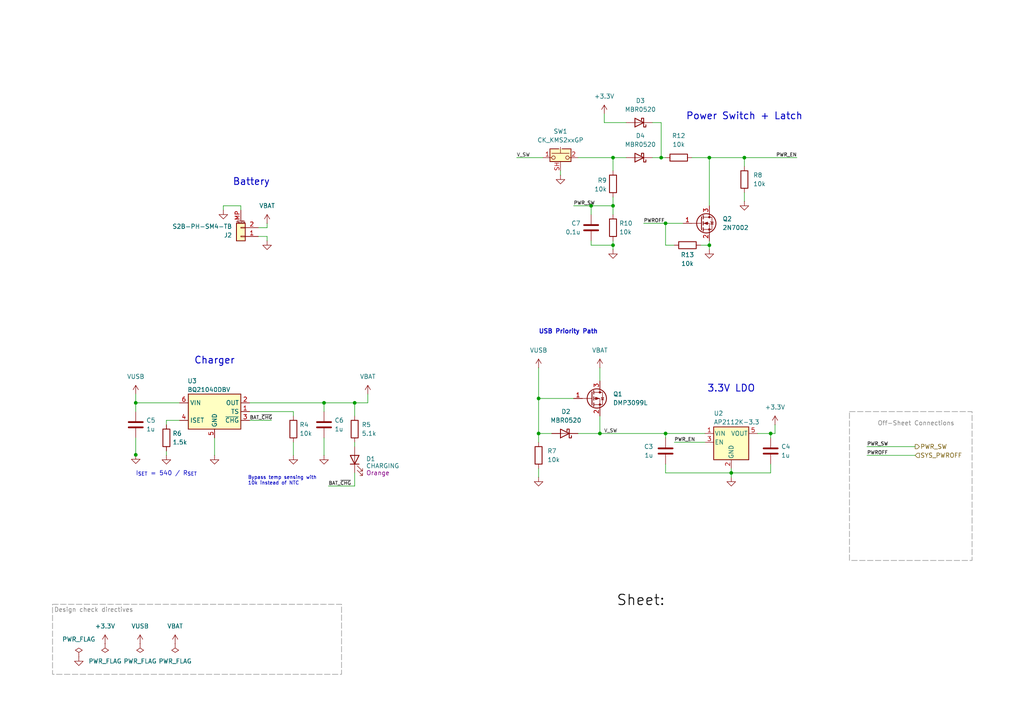
<source format=kicad_sch>
(kicad_sch (version 20250114) (generator "eeschema") (generator_version "9.0")
  (paper "A4")
  (title_block (title "${TITLE}") (date "2025-03-15") (rev "${REVISION}") (company "J. MENDEL"))
  (lib_symbols
    (symbol "Battery_Management:BQ21040DBV"
      (property "Reference" "U" (at -7.62 6.35 0))
      (property "Value" "BQ21040DBV" (at 1.27 6.35 0))
      (symbol "BQ21040DBV_0_1"
        (rectangle (start -7.62 5.08) (end 7.62 -5.08) (stroke (width 0.254)) (fill (type background)))
      )
      (symbol "BQ21040DBV_1_1"
        (pin power_in line (at -10.16 2.54 0) (length 2.54) (name "VIN") (number "6"))
        (pin input line (at -10.16 -2.54 0) (length 2.54) (name "ISET") (number "4"))
        (pin power_in line (at 0 -7.62 90) (length 2.54) (name "GND") (number "5"))
        (pin power_out line (at 10.16 2.54 180) (length 2.54) (name "OUT") (number "2"))
        (pin input line (at 10.16 0 180) (length 2.54) (name "TS") (number "1"))
        (pin open_collector line (at 10.16 -2.54 180) (length 2.54) (name "~{CHG}") (number "3"))
      )
    )
    (symbol "Connector_Generic_MountingPin:Conn_01x02_MountingPin" (pin_names (offset 1.016) (hide yes))
      (property "Reference" "J" (at 0 2.54 0))
      (property "Value" "Conn_01x02_MountingPin" (at 1.27 -5.08 0))
      (symbol "Conn_01x02_MountingPin_1_1"
        (rectangle (start -1.27 1.27) (end 1.27 -3.81) (stroke (width 0.254)) (fill (type background)))
        (rectangle (start -1.27 0.127) (end 0 -0.127) (stroke (width 0.1524)))
        (rectangle (start -1.27 -2.413) (end 0 -2.667) (stroke (width 0.1524)))
        (polyline (pts (xy -1.016 -4.572) (xy 1.016 -4.572)) (stroke (width 0.1524)))
        (text "Mounting" (at 0 -4.191 0) (effects (font (size 0.381 0.381))))
        (pin passive line (at -5.08 0 0) (length 3.81) (name "Pin_1") (number "1"))
        (pin passive line (at -5.08 -2.54 0) (length 3.81) (name "Pin_2") (number "2"))
        (pin passive line (at 0 -7.62 90) (length 3.048) (name "MountPin") (number "MP"))
      )
    )
    (symbol "Device:C" (pin_numbers (hide yes)) (pin_names (offset 0.254))
      (property "Reference" "C" (at 0.635 2.54 0))
      (property "Value" "C" (at 0.635 -2.54 0))
      (symbol "C_0_1"
        (polyline (pts (xy -2.032 0.762) (xy 2.032 0.762)) (stroke (width 0.508)))
        (polyline (pts (xy -2.032 -0.762) (xy 2.032 -0.762)) (stroke (width 0.508)))
      )
      (symbol "C_1_1"
        (pin passive line (at 0 3.81 270) (length 2.794) (name "~") (number "1"))
        (pin passive line (at 0 -3.81 90) (length 2.794) (name "~") (number "2"))
      )
    )
    (symbol "Device:LED" (pin_numbers (hide yes)) (pin_names (offset 1.016) (hide yes))
      (property "Reference" "D" (at 0 2.54 0))
      (property "Value" "LED" (at 0 -2.54 0))
      (symbol "LED_0_1"
        (polyline (pts (xy -3.048 -0.762) (xy -4.572 -2.286) (xy -3.81 -2.286) (xy -4.572 -2.286) (xy -4.572 -1.524)))
        (polyline (pts (xy -1.778 -0.762) (xy -3.302 -2.286) (xy -2.54 -2.286) (xy -3.302 -2.286) (xy -3.302 -1.524)))
        (polyline (pts (xy -1.27 0) (xy 1.27 0)))
        (polyline (pts (xy -1.27 -1.27) (xy -1.27 1.27)) (stroke (width 0.254)))
        (polyline (pts (xy 1.27 -1.27) (xy 1.27 1.27) (xy -1.27 0) (xy 1.27 -1.27)) (stroke (width 0.254)))
      )
      (symbol "LED_1_1"
        (pin passive line (at -3.81 0 0) (length 2.54) (name "K") (number "1"))
        (pin passive line (at 3.81 0 180) (length 2.54) (name "A") (number "2"))
      )
    )
    (symbol "Device:R" (pin_numbers (hide yes)) (pin_names (offset 0))
      (property "Reference" "R" (at 2.032 0 90))
      (property "Value" "R" (at 0 0 90))
      (symbol "R_0_1"
        (rectangle (start -1.016 -2.54) (end 1.016 2.54) (stroke (width 0.254)))
      )
      (symbol "R_1_1"
        (pin passive line (at 0 3.81 270) (length 1.27) (name "~") (number "1"))
        (pin passive line (at 0 -3.81 90) (length 1.27) (name "~") (number "2"))
      )
    )
    (symbol "Diode:MBR0520" (pin_numbers (hide yes)) (pin_names (offset 1.016) (hide yes))
      (property "Reference" "D" (at 0 2.54 0))
      (property "Value" "MBR0520" (at 0 -2.54 0))
      (symbol "MBR0520_0_1"
        (polyline (pts (xy -1.905 0.635) (xy -1.905 1.27) (xy -1.27 1.27) (xy -1.27 -1.27) (xy -0.635 -1.27) (xy -0.635 -0.635)) (stroke (width 0.254)))
        (polyline (pts (xy 1.27 1.27) (xy 1.27 -1.27) (xy -1.27 0) (xy 1.27 1.27)) (stroke (width 0.254)))
        (polyline (pts (xy 1.27 0) (xy -1.27 0)))
      )
      (symbol "MBR0520_1_1"
        (pin passive line (at -3.81 0 0) (length 2.54) (name "K") (number "1"))
        (pin passive line (at 3.81 0 180) (length 2.54) (name "A") (number "2"))
      )
    )
    (symbol "Regulator_Linear:AP2112K-3.3" (pin_names (offset 0.254))
      (property "Reference" "U" (at -5.08 5.715 0))
      (property "Value" "AP2112K-3.3" (at 0 5.715 0))
      (symbol "AP2112K-3.3_0_1"
        (rectangle (start -5.08 4.445) (end 5.08 -5.08) (stroke (width 0.254)) (fill (type background)))
      )
      (symbol "AP2112K-3.3_1_1"
        (pin power_in line (at -7.62 2.54 0) (length 2.54) (name "VIN") (number "1"))
        (pin input line (at -7.62 0 0) (length 2.54) (name "EN") (number "3"))
        (pin power_in line (at 0 -7.62 90) (length 2.54) (name "GND") (number "2"))
        (pin no_connect line (at 5.08 0 180) (length 2.54) (hide yes) (name "NC") (number "4"))
        (pin power_out line (at 7.62 2.54 180) (length 2.54) (name "VOUT") (number "5"))
      )
    )
    (symbol "Switch:CK_KMS2xxGP" (pin_names (offset 1.016) (hide yes))
      (property "Reference" "SW" (at 4.318 2.032 0))
      (property "Value" "CK_KMS2xxGP" (at 0 4.572 0))
      (symbol "CK_KMS2xxGP_0_1"
        (circle (center -2.032 0) (radius 0.508))
        (polyline (pts (xy 0 1.27) (xy 0 3.048)))
        (polyline (pts (xy 0.508 2.54) (xy 3.048 2.54) (xy 3.048 -1.143) (xy -3.048 -1.143) (xy -3.048 2.54) (xy -0.508 2.54)) (stroke (width -0.0254)))
        (polyline (pts (xy 0.508 2.54) (xy 3.048 2.54) (xy 3.048 -1.143) (xy -3.048 -1.143) (xy -3.048 2.54) (xy -0.508 2.54)) (stroke (width 0.254)))
        (circle (center 2.032 0) (radius 0.508))
        (polyline (pts (xy 2.54 1.27) (xy -2.54 1.27)))
        (pin passive line (at -5.08 0 0) (length 2.54) (name "1") (number "1"))
        (pin passive line (at 5.08 0 180) (length 2.54) (name "2") (number "2"))
      )
      (symbol "CK_KMS2xxGP_1_1"
        (rectangle (start -3.048 2.54) (end 3.048 -1.27) (stroke (width -0.0254)) (fill (type background)))
        (pin passive line (at 0 -3.81 90) (length 2.54) (name "B") (number "SH"))
      )
    )
    (symbol "Transistor_FET:2N7002" (pin_names (hide yes))
      (property "Reference" "Q" (at 5.08 1.905 0))
      (property "Value" "2N7002" (at 5.08 0 0))
      (symbol "2N7002_0_1"
        (polyline (pts (xy 0.254 1.905) (xy 0.254 -1.905)) (stroke (width 0.254)))
        (polyline (pts (xy 0.254 0) (xy -2.54 0)))
        (polyline (pts (xy 0.762 2.286) (xy 0.762 1.27)) (stroke (width 0.254)))
        (polyline (pts (xy 0.762 0.508) (xy 0.762 -0.508)) (stroke (width 0.254)))
        (polyline (pts (xy 0.762 -1.27) (xy 0.762 -2.286)) (stroke (width 0.254)))
        (polyline (pts (xy 0.762 -1.778) (xy 3.302 -1.778) (xy 3.302 1.778) (xy 0.762 1.778)))
        (polyline (pts (xy 1.016 0) (xy 2.032 0.381) (xy 2.032 -0.381) (xy 1.016 0)) (fill (type outline)))
        (circle (center 1.651 0) (radius 2.794) (stroke (width 0.254)))
        (polyline (pts (xy 2.54 2.54) (xy 2.54 1.778)))
        (circle (center 2.54 1.778) (radius 0.254) (fill (type outline)))
        (circle (center 2.54 -1.778) (radius 0.254) (fill (type outline)))
        (polyline (pts (xy 2.54 -2.54) (xy 2.54 0) (xy 0.762 0)))
        (polyline (pts (xy 2.794 0.508) (xy 2.921 0.381) (xy 3.683 0.381) (xy 3.81 0.254)))
        (polyline (pts (xy 3.302 0.381) (xy 2.921 -0.254) (xy 3.683 -0.254) (xy 3.302 0.381)))
      )
      (symbol "2N7002_1_1"
        (pin input line (at -5.08 0 0) (length 2.54) (name "G") (number "1"))
        (pin passive line (at 2.54 5.08 270) (length 2.54) (name "D") (number "3"))
        (pin passive line (at 2.54 -5.08 90) (length 2.54) (name "S") (number "2"))
      )
    )
    (symbol "Transistor_FET:DMP3099L" (pin_names (offset 0) (hide yes))
      (property "Reference" "Q" (at 5.08 1.905 0))
      (property "Value" "DMP3099L" (at 5.08 0 0))
      (symbol "DMP3099L_0_1"
        (polyline (pts (xy 0.254 1.905) (xy 0.254 -1.905)) (stroke (width 0.254)))
        (polyline (pts (xy 0.254 0) (xy -2.54 0)))
        (polyline (pts (xy 0.762 2.286) (xy 0.762 1.27)) (stroke (width 0.254)))
        (polyline (pts (xy 0.762 1.778) (xy 3.302 1.778) (xy 3.302 -1.778) (xy 0.762 -1.778)))
        (polyline (pts (xy 0.762 0.508) (xy 0.762 -0.508)) (stroke (width 0.254)))
        (polyline (pts (xy 0.762 -1.27) (xy 0.762 -2.286)) (stroke (width 0.254)))
        (circle (center 1.651 0) (radius 2.794) (stroke (width 0.254)))
        (polyline (pts (xy 2.286 0) (xy 1.27 0.381) (xy 1.27 -0.381) (xy 2.286 0)) (fill (type outline)))
        (polyline (pts (xy 2.54 2.54) (xy 2.54 1.778)))
        (circle (center 2.54 1.778) (radius 0.254) (fill (type outline)))
        (circle (center 2.54 -1.778) (radius 0.254) (fill (type outline)))
        (polyline (pts (xy 2.54 -2.54) (xy 2.54 0) (xy 0.762 0)))
        (polyline (pts (xy 2.921 -0.381) (xy 3.683 -0.381)))
        (polyline (pts (xy 3.302 -0.381) (xy 2.921 0.254) (xy 3.683 0.254) (xy 3.302 -0.381)))
      )
      (symbol "DMP3099L_1_1"
        (pin input line (at -5.08 0 0) (length 2.54) (name "G") (number "1"))
        (pin passive line (at 2.54 5.08 270) (length 2.54) (name "D") (number "3"))
        (pin passive line (at 2.54 -5.08 90) (length 2.54) (name "S") (number "2"))
      )
    )
    (symbol "power:+3.3V" (power) (pin_numbers (hide yes)) (pin_names (offset 0) (hide yes))
      (property "Value" "+3.3V" (at 0 3.556 0))
      (symbol "+3.3V_0_1"
        (polyline (pts (xy -0.762 1.27) (xy 0 2.54)))
        (polyline (pts (xy 0 2.54) (xy 0.762 1.27)))
        (polyline (pts (xy 0 0) (xy 0 2.54)))
      )
      (symbol "+3.3V_1_1"
        (pin power_in line (at 0 0 90) (length 0) (name "~") (number "1"))
      )
    )
    (symbol "power:GND" (power) (pin_numbers (hide yes)) (pin_names (offset 0) (hide yes))
      (property "Value" "GND" (at 0 -3.81 0))
      (symbol "GND_0_1"
        (polyline (pts (xy 0 0) (xy 0 -1.27) (xy 1.27 -1.27) (xy 0 -2.54) (xy -1.27 -1.27) (xy 0 -1.27)))
      )
      (symbol "GND_1_1"
        (pin power_in line (at 0 0 270) (length 0) (name "~") (number "1"))
      )
    )
    (symbol "power:PWR_FLAG" (power) (pin_numbers (hide yes)) (pin_names (offset 0) (hide yes))
      (property "Value" "PWR_FLAG" (at 0 3.81 0))
      (symbol "PWR_FLAG_0_0"
        (pin power_out line (at 0 0 90) (length 0) (name "~") (number "1"))
      )
      (symbol "PWR_FLAG_0_1"
        (polyline (pts (xy 0 0) (xy 0 1.27) (xy -1.016 1.905) (xy 0 2.54) (xy 1.016 1.905) (xy 0 1.27)))
      )
    )
    (symbol "power:VBUS" (power) (pin_numbers (hide yes)) (pin_names (offset 0) (hide yes))
      (property "Value" "VBUS" (at 0 3.556 0))
      (symbol "VBUS_0_1"
        (polyline (pts (xy -0.762 1.27) (xy 0 2.54)))
        (polyline (pts (xy 0 2.54) (xy 0.762 1.27)))
        (polyline (pts (xy 0 0) (xy 0 2.54)))
      )
      (symbol "VBUS_1_1"
        (pin power_in line (at 0 0 90) (length 0) (name "~") (number "1"))
      )
    )
  )
  (rectangle (start 15.24 175.26) (end 99.06 195.58) (stroke (width 0) (type dash) (color 132 132 132 1)))
  (rectangle (start 246.38 119.38) (end 281.94 162.56) (stroke (width 0) (type dash) (color 132 132 132 1)))
  (text "3.3V LDO" (at 212.09 112.776 0) (effects (font (size 2 2) (thickness 0.254) (bold yes))))
  (text "I_{SET} = 540 / R_{SET}" (at 48.26 137.414 0) (effects (font (size 1.27 1.27))))
  (text "USB Priority Path" (at 164.846 96.266 0) (effects (font (size 1.27 1.27) (thickness 0.254) (bold yes))))
  (text "Bypass temp sensing with\n10k instead of NTC" (at 71.882 139.446 0) (effects (font (size 1 1)) (justify left)))
  (text "Charger" (at 62.23 104.648 0) (effects (font (size 2 2) (thickness 0.254) (bold yes))))
  (text "Design check directives" (at 27.178 177.038 0) (effects (font (size 1.27 1.27) (thickness 0.1588))))
  (text "Battery" (at 72.898 52.832 0) (effects (font (size 2 2) (thickness 0.254) (bold yes))))
  (text "Off-Sheet Connections" (at 265.684 122.936 0) (effects (font (size 1.27 1.27) (thickness 0.1588))))
  (text "Power Switch + Latch" (at 215.9 33.782 0) (effects (font (size 2 2) (thickness 0.254) (bold yes))))
  (text_box "Sheet: ${SHEETNAME}" (at 177.8 167.64 0) (size 106.68 12.7) (margins 0.9525 0.9525 0.9525 0.9525) (stroke (width -0.0001)) (effects (font (size 3 3) (thickness 0.254) (bold yes)) (justify left)))
  (junction (at 39.37 131.9215))
  (junction (at 156.21 115.57))
  (junction (at 223.52 125.73))
  (junction (at 177.8 45.72))
  (junction (at 205.74 71.12))
  (junction (at 193.04 125.73))
  (junction (at 156.21 125.73))
  (junction (at 215.9 45.72))
  (junction (at 102.87 116.84))
  (junction (at 177.8 59.69))
  (junction (at 212.09 137.16))
  (junction (at 193.04 64.77))
  (junction (at 93.98 116.84))
  (junction (at 205.74 45.72))
  (junction (at 191.77 45.72))
  (junction (at 171.45 59.69))
  (junction (at 173.99 125.73))
  (junction (at 39.37 116.84))
  (junction (at 177.8 71.12))
  (wire (pts (xy 215.9 55.88) (xy 215.9 58.42)))
  (wire (pts (xy 189.23 35.56) (xy 191.77 35.56)))
  (wire (pts (xy 39.37 127) (xy 39.37 131.9215)))
  (wire (pts (xy 251.46 129.54) (xy 265.43 129.54)))
  (wire (pts (xy 193.04 125.73) (xy 204.47 125.73)))
  (wire (pts (xy 200.66 45.72) (xy 205.74 45.72)))
  (wire (pts (xy 175.26 35.56) (xy 181.61 35.56)))
  (wire (pts (xy 156.21 125.73) (xy 156.21 128.27)))
  (wire (pts (xy 48.26 130.81) (xy 48.26 132.08)))
  (wire (pts (xy 215.9 45.72) (xy 215.9 48.26)))
  (wire (pts (xy 193.04 71.12) (xy 193.04 64.77)))
  (wire (pts (xy 193.04 134.62) (xy 193.04 137.16)))
  (wire (pts (xy 171.45 59.69) (xy 166.37 59.69)))
  (wire (pts (xy 93.98 116.84) (xy 93.98 119.38)))
  (wire (pts (xy 193.04 125.73) (xy 193.04 127)))
  (wire (pts (xy 72.39 116.84) (xy 93.98 116.84)))
  (wire (pts (xy 74.93 68.58) (xy 77.47 68.58)))
  (wire (pts (xy 177.8 59.69) (xy 177.8 62.23)))
  (wire (pts (xy 205.74 45.72) (xy 215.9 45.72)))
  (wire (pts (xy 162.56 49.53) (xy 162.56 50.8)))
  (wire (pts (xy 156.21 115.57) (xy 166.37 115.57)))
  (wire (pts (xy 251.46 132.08) (xy 265.43 132.08)))
  (wire (pts (xy 223.52 137.16) (xy 212.09 137.16)))
  (wire (pts (xy 77.47 64.77) (xy 77.47 66.04)))
  (wire (pts (xy 224.79 123.19) (xy 224.79 125.73)))
  (wire (pts (xy 195.58 71.12) (xy 193.04 71.12)))
  (wire (pts (xy 193.04 137.16) (xy 212.09 137.16)))
  (wire (pts (xy 177.8 59.69) (xy 171.45 59.69)))
  (wire (pts (xy 77.47 68.58) (xy 77.47 69.85)))
  (wire (pts (xy 173.99 125.73) (xy 173.99 120.65)))
  (wire (pts (xy 72.39 119.38) (xy 85.09 119.38)))
  (wire (pts (xy 212.09 137.16) (xy 212.09 138.43)))
  (wire (pts (xy 64.77 59.69) (xy 64.77 60.96)))
  (wire (pts (xy 173.99 106.68) (xy 173.99 110.49)))
  (wire (pts (xy 102.87 140.97) (xy 102.87 137.16)))
  (wire (pts (xy 167.64 45.72) (xy 177.8 45.72)))
  (wire (pts (xy 156.21 125.73) (xy 160.02 125.73)))
  (wire (pts (xy 177.8 45.72) (xy 177.8 49.53)))
  (wire (pts (xy 93.98 127) (xy 93.98 132.08)))
  (wire (pts (xy 72.39 121.92) (xy 78.74 121.92)))
  (wire (pts (xy 167.64 125.73) (xy 173.99 125.73)))
  (wire (pts (xy 191.77 45.72) (xy 193.04 45.72)))
  (wire (pts (xy 223.52 134.62) (xy 223.52 137.16)))
  (wire (pts (xy 39.37 119.38) (xy 39.37 116.84)))
  (wire (pts (xy 102.87 128.27) (xy 102.87 129.54)))
  (wire (pts (xy 173.99 125.73) (xy 193.04 125.73)))
  (wire (pts (xy 106.68 114.3) (xy 106.68 116.84)))
  (wire (pts (xy 39.37 114.3) (xy 39.37 116.84)))
  (wire (pts (xy 93.98 116.84) (xy 102.87 116.84)))
  (wire (pts (xy 198.12 64.77) (xy 193.04 64.77)))
  (wire (pts (xy 74.93 66.04) (xy 77.47 66.04)))
  (wire (pts (xy 177.8 45.72) (xy 181.61 45.72)))
  (wire (pts (xy 69.85 59.69) (xy 64.77 59.69)))
  (wire (pts (xy 215.9 45.72) (xy 231.14 45.72)))
  (wire (pts (xy 39.37 116.84) (xy 52.07 116.84)))
  (wire (pts (xy 177.8 72.39) (xy 177.8 71.12)))
  (wire (pts (xy 195.58 128.27) (xy 204.47 128.27)))
  (wire (pts (xy 149.86 45.72) (xy 157.48 45.72)))
  (wire (pts (xy 205.74 69.85) (xy 205.74 71.12)))
  (wire (pts (xy 102.87 116.84) (xy 102.87 120.65)))
  (wire (pts (xy 85.09 119.38) (xy 85.09 120.65)))
  (wire (pts (xy 175.26 33.02) (xy 175.26 35.56)))
  (wire (pts (xy 95.25 140.97) (xy 102.87 140.97)))
  (wire (pts (xy 62.23 127) (xy 62.23 132.08)))
  (wire (pts (xy 212.09 135.89) (xy 212.09 137.16)))
  (wire (pts (xy 177.8 57.15) (xy 177.8 59.69)))
  (wire (pts (xy 171.45 59.69) (xy 171.45 62.23)))
  (wire (pts (xy 39.37 131.9215) (xy 39.37 132.08)))
  (wire (pts (xy 205.74 71.12) (xy 205.74 72.39)))
  (wire (pts (xy 205.74 45.72) (xy 205.74 59.69)))
  (wire (pts (xy 177.8 69.85) (xy 177.8 71.12)))
  (wire (pts (xy 171.45 71.12) (xy 171.45 69.85)))
  (wire (pts (xy 85.09 128.27) (xy 85.09 132.08)))
  (wire (pts (xy 48.26 121.92) (xy 52.07 121.92)))
  (wire (pts (xy 219.71 125.73) (xy 223.52 125.73)))
  (wire (pts (xy 205.74 71.12) (xy 203.2 71.12)))
  (wire (pts (xy 223.52 125.73) (xy 223.52 127)))
  (wire (pts (xy 156.21 115.57) (xy 156.21 125.73)))
  (wire (pts (xy 102.87 116.84) (xy 106.68 116.84)))
  (wire (pts (xy 223.52 125.73) (xy 224.79 125.73)))
  (wire (pts (xy 69.85 60.96) (xy 69.85 59.69)))
  (wire (pts (xy 189.23 45.72) (xy 191.77 45.72)))
  (wire (pts (xy 177.8 71.12) (xy 171.45 71.12)))
  (wire (pts (xy 193.04 64.77) (xy 186.69 64.77)))
  (wire (pts (xy 156.21 135.89) (xy 156.21 138.43)))
  (wire (pts (xy 191.77 35.56) (xy 191.77 45.72)))
  (wire (pts (xy 48.26 121.92) (xy 48.26 123.19)))
  (wire (pts (xy 156.21 106.68) (xy 156.21 115.57)))
  (label "V_SW" (at 149.86 45.72 0) (effects (font (size 1 1) (thickness 0.125))))
  (label "V_SW" (at 179.07 125.73 180) (effects (font (size 1 1) (thickness 0.125))))
  (label "PWR_EN" (at 195.58 128.27 0) (effects (font (size 1 1))))
  (label "PWROFF" (at 251.46 132.08 0) (effects (font (size 1 1))))
  (label "BAT_~{CHG}" (at 72.39 121.92 0) (effects (font (size 1 1))))
  (label "PWR_EN" (at 231.14 45.72 180) (effects (font (size 1 1))))
  (label "PWR_SW" (at 166.37 59.69 0) (effects (font (size 1 1))))
  (label "PWROFF" (at 186.69 64.77 0) (effects (font (size 1 1))))
  (label "PWR_SW" (at 251.46 129.54 0) (effects (font (size 1 1))))
  (label "BAT_~{CHG}" (at 95.25 140.97 0) (effects (font (size 1 1))))
  (hierarchical_label "PWR_SW" (shape output) (at 265.43 129.54 0))
  (hierarchical_label "SYS_PWROFF" (shape input) (at 265.43 132.08 0))
  (symbol (lib_id "Device:R") (at 85.09 124.46 0) (unit 1)
    (property "Reference" "R4" (at 86.868 123.19 0) (effects (justify left)))
    (property "Value" "10k" (at 86.868 125.73 0) (effects (justify left)))
    (property "Description" "Resistor" (effects (hide yes)))
  )
  (symbol (lib_id "Diode:MBR0520") (at 185.42 35.56 180) (unit 1)
    (property "Reference" "D3" (at 185.7375 29.21 0))
    (property "Value" "MBR0520" (at 185.7375 31.75 0))
    (property "Footprint" "Diode_SMD:D_SOD-123" (effects (hide yes)))
    (property "Datasheet" "http://www.mccsemi.com/up_pdf/MBR0520~MBR0580(SOD123).pdf" (effects (hide yes)))
    (property "Description" "20V 0.5A Schottky Power Rectifier Diode, SOD-123" (effects (hide yes)))
  )
  (symbol (lib_id "power:VBUS") (at 39.37 114.3 0) (unit 1)
    (property "Reference" "#PWR013" (effects (hide yes)))
    (property "Value" "VUSB" (at 39.37 109.22 0))
    (property "Description" "Power symbol creates a global label with name \"VBUS\"" (effects (hide yes)))
  )
  (symbol (lib_id "Device:R") (at 177.8 53.34 180) (unit 1)
    (property "Reference" "R9" (at 176.022 52.324 0) (effects (justify left)))
    (property "Value" "10k" (at 176.022 54.864 0) (effects (justify left)))
    (property "Description" "Resistor" (effects (hide yes)))
  )
  (symbol (lib_id "power:PWR_FLAG") (at 40.64 186.69 180) (unit 1)
    (property "Reference" "#FLG03" (effects (hide yes)))
    (property "Value" "PWR_FLAG" (at 40.64 191.77 0))
    (property "Description" "Special symbol for telling ERC where power comes from" (effects (hide yes)))
  )
  (symbol (lib_id "power:VBUS") (at 40.64 186.69 0) (unit 1)
    (property "Reference" "#PWR07" (effects (hide yes)))
    (property "Value" "VUSB" (at 40.64 181.61 0))
    (property "Description" "Power symbol creates a global label with name \"VBUS\"" (effects (hide yes)))
  )
  (symbol (lib_id "Switch:CK_KMS2xxGP") (at 162.56 45.72 0) (unit 1)
    (property "Reference" "SW1" (at 162.56 38.1 0))
    (property "Value" "CK_KMS2xxGP" (at 162.56 40.64 0))
    (property "Footprint" "Button_Switch_SMD:SW_SPST_CK_KMS2xxGP" (effects (hide yes)))
    (property "Datasheet" "https://www.ckswitches.com/media/1482/kms.pdf" (effects (hide yes)))
    (property "Description" "Microminiature SMT Side Actuated, 4.2 x 2.8 x 1.42mm, with pegs, with shield pin" (effects (hide yes)))
  )
  (symbol (lib_id "Device:R") (at 102.87 124.46 0) (mirror y) (unit 1)
    (property "Reference" "R5" (at 104.902 123.19 0) (effects (justify right)))
    (property "Value" "5.1k" (at 104.902 125.73 0) (effects (justify right)))
    (property "Description" "Resistor" (effects (hide yes)))
  )
  (symbol (lib_id "Device:R") (at 48.26 127 0) (unit 1)
    (property "Reference" "R6" (at 50.038 125.73 0) (effects (justify left)))
    (property "Value" "1.5k" (at 50.038 128.27 0) (effects (justify left)))
    (property "Description" "Resistor" (effects (hide yes)))
  )
  (symbol (lib_id "Device:C") (at 171.45 66.04 0) (unit 1)
    (property "Reference" "C7" (at 168.402 64.77 0) (effects (justify right)))
    (property "Value" "0.1u" (at 168.402 67.31 0) (effects (justify right)))
    (property "Description" "Unpolarized capacitor" (effects (hide yes)))
  )
  (symbol (lib_id "power:VBUS") (at 156.21 106.68 0) (unit 1)
    (property "Reference" "#PWR025" (effects (hide yes)))
    (property "Value" "VUSB" (at 156.21 101.6 0))
    (property "Description" "Power symbol creates a global label with name \"VBUS\"" (effects (hide yes)))
  )
  (symbol (lib_id "Connector_Generic_MountingPin:Conn_01x02_MountingPin") (at 69.85 68.58 180) (unit 1)
    (property "Reference" "J2" (at 67.31 68.2245 0) (effects (justify left)))
    (property "Value" "S2B-PH-SM4-TB" (at 67.31 65.6845 0) (effects (justify left)))
    (property "Footprint" "Connector_JST:JST_PH_S2B-PH-SM4-TB_1x02-1MP_P2.00mm_Horizontal" (effects (hide yes)))
    (property "Description" "Generic connectable mounting pin connector, single row, 01x02, script generated (kicad-library-utils/schlib/autogen/connector/)" (effects (hide yes)))
  )
  (symbol (lib_id "Device:R") (at 196.85 45.72 90) (unit 1)
    (property "Reference" "R12" (at 196.85 39.37 90))
    (property "Value" "10k" (at 196.85 41.91 90))
    (property "Description" "Resistor" (effects (hide yes)))
  )
  (symbol (lib_id "power:PWR_FLAG") (at 30.48 186.69 180) (unit 1)
    (property "Reference" "#FLG01" (effects (hide yes)))
    (property "Value" "PWR_FLAG" (at 30.48 191.77 0))
    (property "Description" "Special symbol for telling ERC where power comes from" (effects (hide yes)))
  )
  (symbol (lib_id "Device:R") (at 215.9 52.07 0) (unit 1)
    (property "Reference" "R8" (at 218.44 50.7999 0) (effects (justify left)))
    (property "Value" "10k" (at 218.44 53.3399 0) (effects (justify left)))
    (property "Description" "Resistor" (effects (hide yes)))
  )
  (symbol (lib_id "power:GND") (at 39.37 131.9215 0) (unit 1)
    (property "Reference" "#PWR020" (effects (hide yes)))
    (property "Value" "GND" (effects (hide yes)))
    (property "Description" "Power symbol creates a global label with name \"GND\" , ground" (effects (hide yes)))
  )
  (symbol (lib_id "power:VBUS") (at 50.8 186.69 0) (unit 1)
    (property "Reference" "#PWR014" (effects (hide yes)))
    (property "Value" "VBAT" (at 50.8 181.61 0))
    (property "Description" "Power symbol creates a global label with name \"VBUS\"" (effects (hide yes)))
  )
  (symbol (lib_id "power:GND") (at 156.21 138.43 0) (unit 1)
    (property "Reference" "#PWR012" (effects (hide yes)))
    (property "Value" "GND" (effects (hide yes)))
    (property "Description" "Power symbol creates a global label with name \"GND\" , ground" (effects (hide yes)))
  )
  (symbol (lib_id "Device:C") (at 93.98 123.19 0) (mirror y) (unit 1)
    (property "Reference" "C6" (at 97.028 121.92 0) (effects (justify right)))
    (property "Value" "1u" (at 97.028 124.46 0) (effects (justify right)))
    (property "Description" "Unpolarized capacitor" (effects (hide yes)))
  )
  (symbol (lib_id "Regulator_Linear:AP2112K-3.3") (at 212.09 128.27 0) (unit 1)
    (property "Reference" "U2" (at 207.01 119.888 0) (effects (justify left)))
    (property "Value" "AP2112K-3.3" (at 207.01 122.428 0) (effects (justify left)))
    (property "Footprint" "Package_TO_SOT_SMD:SOT-23-5" (effects (hide yes)))
    (property "Datasheet" "https://www.diodes.com/assets/Datasheets/AP2112.pdf" (effects (hide yes)))
    (property "Description" "600mA low dropout linear regulator, with enable pin, 3.8V-6V input voltage range, 3.3V fixed positive output, SOT-23-5" (effects (hide yes)))
    (property "MPN" "AP2112K-3.3TRG1" (effects (hide yes)))
  )
  (symbol (lib_id "Device:R") (at 177.8 66.04 0) (mirror y) (unit 1)
    (property "Reference" "R10" (at 179.578 64.77 0) (effects (justify right)))
    (property "Value" "10k" (at 179.578 67.31 0) (effects (justify right)))
    (property "Description" "Resistor" (effects (hide yes)))
  )
  (symbol (lib_id "Device:C") (at 39.37 123.19 0) (mirror y) (unit 1)
    (property "Reference" "C5" (at 42.418 121.92 0) (effects (justify right)))
    (property "Value" "1u" (at 42.418 124.46 0) (effects (justify right)))
    (property "Description" "Unpolarized capacitor" (effects (hide yes)))
  )
  (symbol (lib_id "power:GND") (at 212.09 138.43 0) (unit 1)
    (property "Reference" "#PWR026" (effects (hide yes)))
    (property "Value" "GND" (effects (hide yes)))
    (property "Description" "Power symbol creates a global label with name \"GND\" , ground" (effects (hide yes)))
  )
  (symbol (lib_id "Device:LED") (at 102.87 133.35 90) (unit 1)
    (property "Reference" "D1" (at 106.172 133.096 90) (effects (justify right)))
    (property "Value" "CHARGING" (at 106.172 135.128 90) (effects (justify right)))
    (property "Description" "Orange" (at 106.172 137.16 90) (effects (justify right)))
    (property "Sim.Pins" "1=K 2=A" (effects (hide yes)))
  )
  (symbol (lib_id "Diode:MBR0520") (at 185.42 45.72 180) (unit 1)
    (property "Reference" "D4" (at 185.7375 39.37 0))
    (property "Value" "MBR0520" (at 185.7375 41.91 0))
    (property "Footprint" "Diode_SMD:D_SOD-123" (effects (hide yes)))
    (property "Datasheet" "http://www.mccsemi.com/up_pdf/MBR0520~MBR0580(SOD123).pdf" (effects (hide yes)))
    (property "Description" "20V 0.5A Schottky Power Rectifier Diode, SOD-123" (effects (hide yes)))
  )
  (symbol (lib_id "power:+3.3V") (at 175.26 33.02 0) (unit 1)
    (property "Reference" "#PWR029" (effects (hide yes)))
    (property "Value" "+3.3V" (at 175.26 27.94 0))
    (property "Description" "Power symbol creates a global label with name \"+3.3V\"" (effects (hide yes)))
  )
  (symbol (lib_id "Battery_Management:BQ21040DBV") (at 62.23 119.38 0) (unit 1)
    (property "Reference" "U3" (at 54.356 110.49 0) (effects (justify left)))
    (property "Value" "BQ21040DBV" (at 54.356 113.03 0) (effects (justify left)))
    (property "Footprint" "Package_TO_SOT_SMD:SOT-23-6" (effects (hide yes)))
    (property "Datasheet" "https://www.ti.com/lit/ds/symlink/bq21040.pdf" (effects (hide yes)))
    (property "Description" "Single cell, 0.8A Li-Ion/Li-Po linear charge management controller, up to 30V input, 4.2V charge voltage, Open-Drain Status Output, Temperature sense input, SOT-23-6" (effects (hide yes)))
  )
  (symbol (lib_id "power:GND") (at 22.86 190.5 0) (unit 1)
    (property "Reference" "#PWR04" (effects (hide yes)))
    (property "Value" "GND" (effects (hide yes)))
    (property "Description" "Power symbol creates a global label with name \"GND\" , ground" (effects (hide yes)))
  )
  (symbol (lib_id "Transistor_FET:DMP3099L") (at 171.45 115.57 0) (unit 1)
    (property "Reference" "Q1" (at 177.8 114.2999 0) (effects (justify left)))
    (property "Value" "DMP3099L" (at 177.8 116.8399 0) (effects (justify left)))
    (property "Footprint" "Package_TO_SOT_SMD:SOT-23" (effects (hide yes)))
    (property "Datasheet" "https://www.diodes.com/assets/Datasheets/DMP3099L.pdf" (effects (hide yes)))
    (property "Description" "-3.8A Id, -30V Vds, P-Channel MOSFET, SOT-23" (effects (hide yes)))
  )
  (symbol (lib_id "power:GND") (at 62.23 132.08 0) (unit 1)
    (property "Reference" "#PWR015" (effects (hide yes)))
    (property "Value" "GND" (effects (hide yes)))
    (property "Description" "Power symbol creates a global label with name \"GND\" , ground" (effects (hide yes)))
  )
  (symbol (lib_id "power:+3.3V") (at 30.48 186.69 0) (unit 1)
    (property "Reference" "#PWR05" (effects (hide yes)))
    (property "Value" "+3.3V" (at 30.48 181.61 0))
    (property "Description" "Power symbol creates a global label with name \"+3.3V\"" (effects (hide yes)))
  )
  (symbol (lib_id "power:GND") (at 162.56 50.8 0) (unit 1)
    (property "Reference" "#PWR027" (effects (hide yes)))
    (property "Value" "GND" (effects (hide yes)))
    (property "Description" "Power symbol creates a global label with name \"GND\" , ground" (effects (hide yes)))
  )
  (symbol (lib_id "power:GND") (at 64.77 60.96 0) (unit 1)
    (property "Reference" "#PWR023" (effects (hide yes)))
    (property "Value" "GND" (effects (hide yes)))
    (property "Description" "Power symbol creates a global label with name \"GND\" , ground" (effects (hide yes)))
  )
  (symbol (lib_id "power:GND") (at 85.09 132.08 0) (unit 1)
    (property "Reference" "#PWR016" (effects (hide yes)))
    (property "Value" "GND" (effects (hide yes)))
    (property "Description" "Power symbol creates a global label with name \"GND\" , ground" (effects (hide yes)))
  )
  (symbol (lib_id "Device:R") (at 199.39 71.12 270) (mirror x) (unit 1)
    (property "Reference" "R13" (at 199.39 73.914 90))
    (property "Value" "10k" (at 199.39 76.454 90))
    (property "Description" "Resistor" (effects (hide yes)))
  )
  (symbol (lib_id "power:PWR_FLAG") (at 22.86 190.5 0) (unit 1)
    (property "Reference" "#FLG02" (effects (hide yes)))
    (property "Value" "PWR_FLAG" (at 22.86 185.42 0))
    (property "Description" "Special symbol for telling ERC where power comes from" (effects (hide yes)))
  )
  (symbol (lib_id "power:+3.3V") (at 224.79 123.19 0) (unit 1)
    (property "Reference" "#PWR011" (effects (hide yes)))
    (property "Value" "+3.3V" (at 224.79 118.11 0))
    (property "Description" "Power symbol creates a global label with name \"+3.3V\"" (effects (hide yes)))
  )
  (symbol (lib_id "Device:C") (at 193.04 130.81 0) (mirror y) (unit 1)
    (property "Reference" "C3" (at 189.484 129.54 0) (effects (justify left)))
    (property "Value" "1u" (at 189.484 132.08 0) (effects (justify left)))
    (property "Description" "Unpolarized capacitor" (effects (hide yes)))
  )
  (symbol (lib_id "Device:R") (at 156.21 132.08 0) (unit 1)
    (property "Reference" "R7" (at 158.75 130.8099 0) (effects (justify left)))
    (property "Value" "10k" (at 158.75 133.3499 0) (effects (justify left)))
    (property "Description" "Resistor" (effects (hide yes)))
  )
  (symbol (lib_id "power:GND") (at 177.8 72.39 0) (mirror y) (unit 1)
    (property "Reference" "#PWR030" (effects (hide yes)))
    (property "Value" "GND" (effects (hide yes)))
    (property "Description" "Power symbol creates a global label with name \"GND\" , ground" (effects (hide yes)))
  )
  (symbol (lib_id "power:GND") (at 205.74 72.39 0) (mirror y) (unit 1)
    (property "Reference" "#PWR031" (effects (hide yes)))
    (property "Value" "GND" (effects (hide yes)))
    (property "Description" "Power symbol creates a global label with name \"GND\" , ground" (effects (hide yes)))
  )
  (symbol (lib_id "power:VBUS") (at 106.68 114.3 0) (unit 1)
    (property "Reference" "#PWR017" (effects (hide yes)))
    (property "Value" "VBAT" (at 106.68 109.22 0))
    (property "Description" "Power symbol creates a global label with name \"VBUS\"" (effects (hide yes)))
  )
  (symbol (lib_id "power:GND") (at 215.9 58.42 0) (unit 1)
    (property "Reference" "#PWR028" (effects (hide yes)))
    (property "Value" "GND" (effects (hide yes)))
    (property "Description" "Power symbol creates a global label with name \"GND\" , ground" (effects (hide yes)))
  )
  (symbol (lib_id "Device:C") (at 223.52 130.81 0) (mirror y) (unit 1)
    (property "Reference" "C4" (at 226.568 129.54 0) (effects (justify right)))
    (property "Value" "1u" (at 226.568 132.08 0) (effects (justify right)))
    (property "Description" "Unpolarized capacitor" (effects (hide yes)))
  )
  (symbol (lib_id "power:GND") (at 48.26 132.08 0) (unit 1)
    (property "Reference" "#PWR019" (effects (hide yes)))
    (property "Value" "GND" (effects (hide yes)))
    (property "Description" "Power symbol creates a global label with name \"GND\" , ground" (effects (hide yes)))
  )
  (symbol (lib_id "power:PWR_FLAG") (at 50.8 186.69 180) (unit 1)
    (property "Reference" "#FLG04" (effects (hide yes)))
    (property "Value" "PWR_FLAG" (at 50.8 191.77 0))
    (property "Description" "Special symbol for telling ERC where power comes from" (effects (hide yes)))
  )
  (symbol (lib_id "power:VBUS") (at 77.47 64.77 0) (unit 1)
    (property "Reference" "#PWR022" (effects (hide yes)))
    (property "Value" "VBAT" (at 77.47 59.69 0))
    (property "Description" "Power symbol creates a global label with name \"VBUS\"" (effects (hide yes)))
  )
  (symbol (lib_id "power:GND") (at 77.47 69.85 0) (unit 1)
    (property "Reference" "#PWR021" (effects (hide yes)))
    (property "Value" "GND" (effects (hide yes)))
    (property "Description" "Power symbol creates a global label with name \"GND\" , ground" (effects (hide yes)))
  )
  (symbol (lib_id "power:VBUS") (at 173.99 106.68 0) (unit 1)
    (property "Reference" "#PWR024" (effects (hide yes)))
    (property "Value" "VBAT" (at 173.99 101.6 0))
    (property "Description" "Power symbol creates a global label with name \"VBUS\"" (effects (hide yes)))
  )
  (symbol (lib_id "Diode:MBR0520") (at 163.83 125.73 180) (unit 1)
    (property "Reference" "D2" (at 164.1475 119.38 0))
    (property "Value" "MBR0520" (at 164.1475 121.92 0))
    (property "Footprint" "Diode_SMD:D_SOD-123" (effects (hide yes)))
    (property "Datasheet" "http://www.mccsemi.com/up_pdf/MBR0520~MBR0580(SOD123).pdf" (effects (hide yes)))
    (property "Description" "20V 0.5A Schottky Power Rectifier Diode, SOD-123" (effects (hide yes)))
  )
  (symbol (lib_id "Transistor_FET:2N7002") (at 203.2 64.77 0) (unit 1)
    (property "Reference" "Q2" (at 209.55 63.4999 0) (effects (justify left)))
    (property "Value" "2N7002" (at 209.55 66.0399 0) (effects (justify left)))
    (property "Footprint" "Package_TO_SOT_SMD:SOT-23" (effects (hide yes)))
    (property "Datasheet" "https://www.onsemi.com/pub/Collateral/NDS7002A-D.PDF" (effects (hide yes)))
    (property "Description" "0.115A Id, 60V Vds, N-Channel MOSFET, SOT-23" (effects (hide yes)))
  )
  (symbol (lib_id "power:GND") (at 93.98 132.08 0) (unit 1)
    (property "Reference" "#PWR018" (effects (hide yes)))
    (property "Value" "GND" (effects (hide yes)))
    (property "Description" "Power symbol creates a global label with name \"GND\" , ground" (effects (hide yes)))
  )
)
</source>
